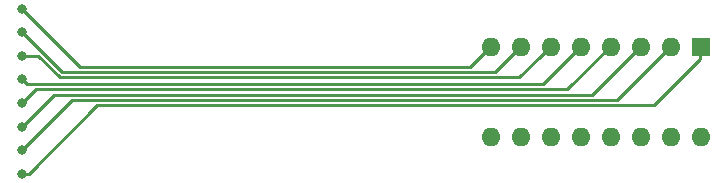
<source format=gbr>
G04 #@! TF.GenerationSoftware,KiCad,Pcbnew,(5.1.5)-3*
G04 #@! TF.CreationDate,2020-02-23T10:41:30-08:00*
G04 #@! TF.ProjectId,ESP07,45535030-372e-46b6-9963-61645f706362,rev?*
G04 #@! TF.SameCoordinates,Original*
G04 #@! TF.FileFunction,Copper,L2,Bot*
G04 #@! TF.FilePolarity,Positive*
%FSLAX46Y46*%
G04 Gerber Fmt 4.6, Leading zero omitted, Abs format (unit mm)*
G04 Created by KiCad (PCBNEW (5.1.5)-3) date 2020-02-23 10:41:30*
%MOMM*%
%LPD*%
G04 APERTURE LIST*
%ADD10O,1.600000X1.600000*%
%ADD11R,1.600000X1.600000*%
%ADD12C,0.800000*%
%ADD13C,0.250000*%
G04 APERTURE END LIST*
D10*
X200253600Y-104140000D03*
X182473600Y-96520000D03*
X197713600Y-104140000D03*
X185013600Y-96520000D03*
X195173600Y-104140000D03*
X187553600Y-96520000D03*
X192633600Y-104140000D03*
X190093600Y-96520000D03*
X190093600Y-104140000D03*
X192633600Y-96520000D03*
X187553600Y-104140000D03*
X195173600Y-96520000D03*
X185013600Y-104140000D03*
X197713600Y-96520000D03*
X182473600Y-104140000D03*
D11*
X200253600Y-96520000D03*
D12*
X142748000Y-99297000D03*
X142748000Y-101297000D03*
X142748000Y-93297000D03*
X142748000Y-103297000D03*
X142748000Y-95297000D03*
X142748000Y-107297000D03*
X142748000Y-97297000D03*
X142748000Y-105297000D03*
D13*
X189192001Y-97319999D02*
X189992000Y-96520000D01*
X143147999Y-99696999D02*
X186815001Y-99696999D01*
X186815001Y-99696999D02*
X189192001Y-97319999D01*
X142748000Y-99297000D02*
X143147999Y-99696999D01*
X142748000Y-101297000D02*
X143897991Y-100147009D01*
X188904991Y-100147009D02*
X192532000Y-96520000D01*
X143897991Y-100147009D02*
X188904991Y-100147009D01*
X142748000Y-93297000D02*
X147679990Y-98228990D01*
X180663010Y-98228990D02*
X182372000Y-96520000D01*
X147679990Y-98228990D02*
X180663010Y-98228990D01*
X142748000Y-103297000D02*
X145447981Y-100597019D01*
X190994981Y-100597019D02*
X195072000Y-96520000D01*
X145447981Y-100597019D02*
X190994981Y-100597019D01*
X142748000Y-95297000D02*
X146130000Y-98679000D01*
X182753000Y-98679000D02*
X184912000Y-96520000D01*
X146130000Y-98679000D02*
X182753000Y-98679000D01*
X143313685Y-107297000D02*
X149113646Y-101497039D01*
X142748000Y-107297000D02*
X143313685Y-107297000D01*
X200152000Y-97570000D02*
X200152000Y-96520000D01*
X196224961Y-101497039D02*
X200152000Y-97570000D01*
X149113646Y-101497039D02*
X196224961Y-101497039D01*
X186652001Y-97319999D02*
X187452000Y-96520000D01*
X145943600Y-99129010D02*
X184842990Y-99129010D01*
X144111590Y-97297000D02*
X145943600Y-99129010D01*
X184842990Y-99129010D02*
X186652001Y-97319999D01*
X142748000Y-97297000D02*
X144111590Y-97297000D01*
X142748000Y-105297000D02*
X146997971Y-101047029D01*
X193084971Y-101047029D02*
X197612000Y-96520000D01*
X146997971Y-101047029D02*
X193084971Y-101047029D01*
M02*

</source>
